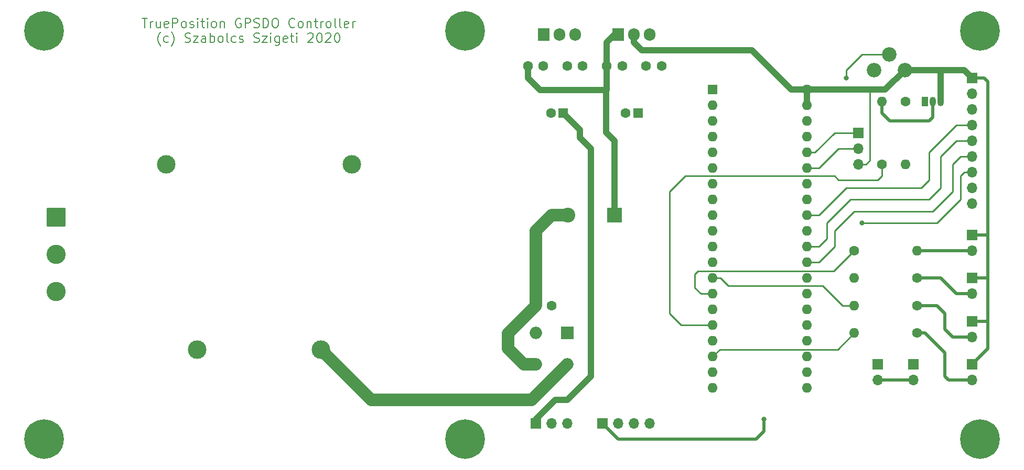
<source format=gbr>
%TF.GenerationSoftware,KiCad,Pcbnew,(6.0.2)*%
%TF.CreationDate,2022-03-15T19:59:36+01:00*%
%TF.ProjectId,GPSDO,47505344-4f2e-46b6-9963-61645f706362,rev?*%
%TF.SameCoordinates,Original*%
%TF.FileFunction,Copper,L1,Top*%
%TF.FilePolarity,Positive*%
%FSLAX46Y46*%
G04 Gerber Fmt 4.6, Leading zero omitted, Abs format (unit mm)*
G04 Created by KiCad (PCBNEW (6.0.2)) date 2022-03-15 19:59:36*
%MOMM*%
%LPD*%
G01*
G04 APERTURE LIST*
G04 Aperture macros list*
%AMRoundRect*
0 Rectangle with rounded corners*
0 $1 Rounding radius*
0 $2 $3 $4 $5 $6 $7 $8 $9 X,Y pos of 4 corners*
0 Add a 4 corners polygon primitive as box body*
4,1,4,$2,$3,$4,$5,$6,$7,$8,$9,$2,$3,0*
0 Add four circle primitives for the rounded corners*
1,1,$1+$1,$2,$3*
1,1,$1+$1,$4,$5*
1,1,$1+$1,$6,$7*
1,1,$1+$1,$8,$9*
0 Add four rect primitives between the rounded corners*
20,1,$1+$1,$2,$3,$4,$5,0*
20,1,$1+$1,$4,$5,$6,$7,0*
20,1,$1+$1,$6,$7,$8,$9,0*
20,1,$1+$1,$8,$9,$2,$3,0*%
G04 Aperture macros list end*
%ADD10C,0.150000*%
%TA.AperFunction,NonConductor*%
%ADD11C,0.150000*%
%TD*%
%TA.AperFunction,ComponentPad*%
%ADD12R,1.600000X1.600000*%
%TD*%
%TA.AperFunction,ComponentPad*%
%ADD13O,1.600000X1.600000*%
%TD*%
%TA.AperFunction,ComponentPad*%
%ADD14O,1.700000X1.700000*%
%TD*%
%TA.AperFunction,ComponentPad*%
%ADD15R,1.700000X1.700000*%
%TD*%
%TA.AperFunction,ComponentPad*%
%ADD16C,3.000000*%
%TD*%
%TA.AperFunction,ComponentPad*%
%ADD17C,6.400000*%
%TD*%
%TA.AperFunction,ComponentPad*%
%ADD18O,1.905000X2.000000*%
%TD*%
%TA.AperFunction,ComponentPad*%
%ADD19R,1.905000X2.000000*%
%TD*%
%TA.AperFunction,ComponentPad*%
%ADD20C,1.600000*%
%TD*%
%TA.AperFunction,ComponentPad*%
%ADD21R,2.400000X2.400000*%
%TD*%
%TA.AperFunction,ComponentPad*%
%ADD22C,2.400000*%
%TD*%
%TA.AperFunction,ComponentPad*%
%ADD23O,2.000000X2.000000*%
%TD*%
%TA.AperFunction,ComponentPad*%
%ADD24R,2.000000X2.000000*%
%TD*%
%TA.AperFunction,ComponentPad*%
%ADD25C,0.800000*%
%TD*%
%TA.AperFunction,ComponentPad*%
%ADD26RoundRect,0.249999X-1.300001X1.300001X-1.300001X-1.300001X1.300001X-1.300001X1.300001X1.300001X0*%
%TD*%
%TA.AperFunction,ComponentPad*%
%ADD27C,3.100000*%
%TD*%
%TA.AperFunction,ComponentPad*%
%ADD28O,1.050000X1.500000*%
%TD*%
%TA.AperFunction,ComponentPad*%
%ADD29R,1.050000X1.500000*%
%TD*%
%TA.AperFunction,ComponentPad*%
%ADD30C,2.340000*%
%TD*%
%TA.AperFunction,ViaPad*%
%ADD31C,0.800000*%
%TD*%
%TA.AperFunction,Conductor*%
%ADD32C,0.500000*%
%TD*%
%TA.AperFunction,Conductor*%
%ADD33C,0.250000*%
%TD*%
%TA.AperFunction,Conductor*%
%ADD34C,2.000000*%
%TD*%
%TA.AperFunction,Conductor*%
%ADD35C,1.000000*%
%TD*%
G04 APERTURE END LIST*
D10*
D11*
X58350714Y-34166071D02*
X59207857Y-34166071D01*
X58779285Y-35666071D02*
X58779285Y-34166071D01*
X59707857Y-35666071D02*
X59707857Y-34666071D01*
X59707857Y-34951785D02*
X59779285Y-34808928D01*
X59850714Y-34737500D01*
X59993571Y-34666071D01*
X60136428Y-34666071D01*
X61279285Y-34666071D02*
X61279285Y-35666071D01*
X60636428Y-34666071D02*
X60636428Y-35451785D01*
X60707857Y-35594642D01*
X60850714Y-35666071D01*
X61064999Y-35666071D01*
X61207857Y-35594642D01*
X61279285Y-35523214D01*
X62564999Y-35594642D02*
X62422142Y-35666071D01*
X62136428Y-35666071D01*
X61993571Y-35594642D01*
X61922142Y-35451785D01*
X61922142Y-34880357D01*
X61993571Y-34737500D01*
X62136428Y-34666071D01*
X62422142Y-34666071D01*
X62564999Y-34737500D01*
X62636428Y-34880357D01*
X62636428Y-35023214D01*
X61922142Y-35166071D01*
X63279285Y-35666071D02*
X63279285Y-34166071D01*
X63850714Y-34166071D01*
X63993571Y-34237500D01*
X64064999Y-34308928D01*
X64136428Y-34451785D01*
X64136428Y-34666071D01*
X64064999Y-34808928D01*
X63993571Y-34880357D01*
X63850714Y-34951785D01*
X63279285Y-34951785D01*
X64993571Y-35666071D02*
X64850714Y-35594642D01*
X64779285Y-35523214D01*
X64707857Y-35380357D01*
X64707857Y-34951785D01*
X64779285Y-34808928D01*
X64850714Y-34737500D01*
X64993571Y-34666071D01*
X65207857Y-34666071D01*
X65350714Y-34737500D01*
X65422142Y-34808928D01*
X65493571Y-34951785D01*
X65493571Y-35380357D01*
X65422142Y-35523214D01*
X65350714Y-35594642D01*
X65207857Y-35666071D01*
X64993571Y-35666071D01*
X66064999Y-35594642D02*
X66207857Y-35666071D01*
X66493571Y-35666071D01*
X66636428Y-35594642D01*
X66707857Y-35451785D01*
X66707857Y-35380357D01*
X66636428Y-35237500D01*
X66493571Y-35166071D01*
X66279285Y-35166071D01*
X66136428Y-35094642D01*
X66064999Y-34951785D01*
X66064999Y-34880357D01*
X66136428Y-34737500D01*
X66279285Y-34666071D01*
X66493571Y-34666071D01*
X66636428Y-34737500D01*
X67350714Y-35666071D02*
X67350714Y-34666071D01*
X67350714Y-34166071D02*
X67279285Y-34237500D01*
X67350714Y-34308928D01*
X67422142Y-34237500D01*
X67350714Y-34166071D01*
X67350714Y-34308928D01*
X67850714Y-34666071D02*
X68422142Y-34666071D01*
X68064999Y-34166071D02*
X68064999Y-35451785D01*
X68136428Y-35594642D01*
X68279285Y-35666071D01*
X68422142Y-35666071D01*
X68922142Y-35666071D02*
X68922142Y-34666071D01*
X68922142Y-34166071D02*
X68850714Y-34237500D01*
X68922142Y-34308928D01*
X68993571Y-34237500D01*
X68922142Y-34166071D01*
X68922142Y-34308928D01*
X69850714Y-35666071D02*
X69707857Y-35594642D01*
X69636428Y-35523214D01*
X69564999Y-35380357D01*
X69564999Y-34951785D01*
X69636428Y-34808928D01*
X69707857Y-34737500D01*
X69850714Y-34666071D01*
X70064999Y-34666071D01*
X70207857Y-34737500D01*
X70279285Y-34808928D01*
X70350714Y-34951785D01*
X70350714Y-35380357D01*
X70279285Y-35523214D01*
X70207857Y-35594642D01*
X70064999Y-35666071D01*
X69850714Y-35666071D01*
X70993571Y-34666071D02*
X70993571Y-35666071D01*
X70993571Y-34808928D02*
X71064999Y-34737500D01*
X71207857Y-34666071D01*
X71422142Y-34666071D01*
X71564999Y-34737500D01*
X71636428Y-34880357D01*
X71636428Y-35666071D01*
X74279285Y-34237500D02*
X74136428Y-34166071D01*
X73922142Y-34166071D01*
X73707857Y-34237500D01*
X73564999Y-34380357D01*
X73493571Y-34523214D01*
X73422142Y-34808928D01*
X73422142Y-35023214D01*
X73493571Y-35308928D01*
X73564999Y-35451785D01*
X73707857Y-35594642D01*
X73922142Y-35666071D01*
X74064999Y-35666071D01*
X74279285Y-35594642D01*
X74350714Y-35523214D01*
X74350714Y-35023214D01*
X74064999Y-35023214D01*
X74993571Y-35666071D02*
X74993571Y-34166071D01*
X75564999Y-34166071D01*
X75707857Y-34237500D01*
X75779285Y-34308928D01*
X75850714Y-34451785D01*
X75850714Y-34666071D01*
X75779285Y-34808928D01*
X75707857Y-34880357D01*
X75564999Y-34951785D01*
X74993571Y-34951785D01*
X76422142Y-35594642D02*
X76636428Y-35666071D01*
X76993571Y-35666071D01*
X77136428Y-35594642D01*
X77207857Y-35523214D01*
X77279285Y-35380357D01*
X77279285Y-35237500D01*
X77207857Y-35094642D01*
X77136428Y-35023214D01*
X76993571Y-34951785D01*
X76707857Y-34880357D01*
X76564999Y-34808928D01*
X76493571Y-34737500D01*
X76422142Y-34594642D01*
X76422142Y-34451785D01*
X76493571Y-34308928D01*
X76564999Y-34237500D01*
X76707857Y-34166071D01*
X77064999Y-34166071D01*
X77279285Y-34237500D01*
X77922142Y-35666071D02*
X77922142Y-34166071D01*
X78279285Y-34166071D01*
X78493571Y-34237500D01*
X78636428Y-34380357D01*
X78707857Y-34523214D01*
X78779285Y-34808928D01*
X78779285Y-35023214D01*
X78707857Y-35308928D01*
X78636428Y-35451785D01*
X78493571Y-35594642D01*
X78279285Y-35666071D01*
X77922142Y-35666071D01*
X79707857Y-34166071D02*
X79993571Y-34166071D01*
X80136428Y-34237500D01*
X80279285Y-34380357D01*
X80350714Y-34666071D01*
X80350714Y-35166071D01*
X80279285Y-35451785D01*
X80136428Y-35594642D01*
X79993571Y-35666071D01*
X79707857Y-35666071D01*
X79564999Y-35594642D01*
X79422142Y-35451785D01*
X79350714Y-35166071D01*
X79350714Y-34666071D01*
X79422142Y-34380357D01*
X79564999Y-34237500D01*
X79707857Y-34166071D01*
X82993571Y-35523214D02*
X82922142Y-35594642D01*
X82707857Y-35666071D01*
X82564999Y-35666071D01*
X82350714Y-35594642D01*
X82207857Y-35451785D01*
X82136428Y-35308928D01*
X82064999Y-35023214D01*
X82064999Y-34808928D01*
X82136428Y-34523214D01*
X82207857Y-34380357D01*
X82350714Y-34237500D01*
X82564999Y-34166071D01*
X82707857Y-34166071D01*
X82922142Y-34237500D01*
X82993571Y-34308928D01*
X83850714Y-35666071D02*
X83707857Y-35594642D01*
X83636428Y-35523214D01*
X83564999Y-35380357D01*
X83564999Y-34951785D01*
X83636428Y-34808928D01*
X83707857Y-34737500D01*
X83850714Y-34666071D01*
X84064999Y-34666071D01*
X84207857Y-34737500D01*
X84279285Y-34808928D01*
X84350714Y-34951785D01*
X84350714Y-35380357D01*
X84279285Y-35523214D01*
X84207857Y-35594642D01*
X84064999Y-35666071D01*
X83850714Y-35666071D01*
X84993571Y-34666071D02*
X84993571Y-35666071D01*
X84993571Y-34808928D02*
X85064999Y-34737500D01*
X85207857Y-34666071D01*
X85422142Y-34666071D01*
X85564999Y-34737500D01*
X85636428Y-34880357D01*
X85636428Y-35666071D01*
X86136428Y-34666071D02*
X86707857Y-34666071D01*
X86350714Y-34166071D02*
X86350714Y-35451785D01*
X86422142Y-35594642D01*
X86564999Y-35666071D01*
X86707857Y-35666071D01*
X87207857Y-35666071D02*
X87207857Y-34666071D01*
X87207857Y-34951785D02*
X87279285Y-34808928D01*
X87350714Y-34737500D01*
X87493571Y-34666071D01*
X87636428Y-34666071D01*
X88350714Y-35666071D02*
X88207857Y-35594642D01*
X88136428Y-35523214D01*
X88065000Y-35380357D01*
X88065000Y-34951785D01*
X88136428Y-34808928D01*
X88207857Y-34737500D01*
X88350714Y-34666071D01*
X88565000Y-34666071D01*
X88707857Y-34737500D01*
X88779285Y-34808928D01*
X88850714Y-34951785D01*
X88850714Y-35380357D01*
X88779285Y-35523214D01*
X88707857Y-35594642D01*
X88565000Y-35666071D01*
X88350714Y-35666071D01*
X89707857Y-35666071D02*
X89565000Y-35594642D01*
X89493571Y-35451785D01*
X89493571Y-34166071D01*
X90493571Y-35666071D02*
X90350714Y-35594642D01*
X90279285Y-35451785D01*
X90279285Y-34166071D01*
X91636428Y-35594642D02*
X91493571Y-35666071D01*
X91207857Y-35666071D01*
X91065000Y-35594642D01*
X90993571Y-35451785D01*
X90993571Y-34880357D01*
X91065000Y-34737500D01*
X91207857Y-34666071D01*
X91493571Y-34666071D01*
X91636428Y-34737500D01*
X91707857Y-34880357D01*
X91707857Y-35023214D01*
X90993571Y-35166071D01*
X92350714Y-35666071D02*
X92350714Y-34666071D01*
X92350714Y-34951785D02*
X92422142Y-34808928D01*
X92493571Y-34737500D01*
X92636428Y-34666071D01*
X92779285Y-34666071D01*
X61350714Y-38652500D02*
X61279285Y-38581071D01*
X61136428Y-38366785D01*
X61065000Y-38223928D01*
X60993571Y-38009642D01*
X60922142Y-37652500D01*
X60922142Y-37366785D01*
X60993571Y-37009642D01*
X61065000Y-36795357D01*
X61136428Y-36652500D01*
X61279285Y-36438214D01*
X61350714Y-36366785D01*
X62565000Y-38009642D02*
X62422142Y-38081071D01*
X62136428Y-38081071D01*
X61993571Y-38009642D01*
X61922142Y-37938214D01*
X61850714Y-37795357D01*
X61850714Y-37366785D01*
X61922142Y-37223928D01*
X61993571Y-37152500D01*
X62136428Y-37081071D01*
X62422142Y-37081071D01*
X62565000Y-37152500D01*
X63065000Y-38652500D02*
X63136428Y-38581071D01*
X63279285Y-38366785D01*
X63350714Y-38223928D01*
X63422142Y-38009642D01*
X63493571Y-37652500D01*
X63493571Y-37366785D01*
X63422142Y-37009642D01*
X63350714Y-36795357D01*
X63279285Y-36652500D01*
X63136428Y-36438214D01*
X63065000Y-36366785D01*
X65279285Y-38009642D02*
X65493571Y-38081071D01*
X65850714Y-38081071D01*
X65993571Y-38009642D01*
X66065000Y-37938214D01*
X66136428Y-37795357D01*
X66136428Y-37652500D01*
X66065000Y-37509642D01*
X65993571Y-37438214D01*
X65850714Y-37366785D01*
X65565000Y-37295357D01*
X65422142Y-37223928D01*
X65350714Y-37152500D01*
X65279285Y-37009642D01*
X65279285Y-36866785D01*
X65350714Y-36723928D01*
X65422142Y-36652500D01*
X65565000Y-36581071D01*
X65922142Y-36581071D01*
X66136428Y-36652500D01*
X66636428Y-37081071D02*
X67422142Y-37081071D01*
X66636428Y-38081071D01*
X67422142Y-38081071D01*
X68636428Y-38081071D02*
X68636428Y-37295357D01*
X68565000Y-37152500D01*
X68422142Y-37081071D01*
X68136428Y-37081071D01*
X67993571Y-37152500D01*
X68636428Y-38009642D02*
X68493571Y-38081071D01*
X68136428Y-38081071D01*
X67993571Y-38009642D01*
X67922142Y-37866785D01*
X67922142Y-37723928D01*
X67993571Y-37581071D01*
X68136428Y-37509642D01*
X68493571Y-37509642D01*
X68636428Y-37438214D01*
X69350714Y-38081071D02*
X69350714Y-36581071D01*
X69350714Y-37152500D02*
X69493571Y-37081071D01*
X69779285Y-37081071D01*
X69922142Y-37152500D01*
X69993571Y-37223928D01*
X70065000Y-37366785D01*
X70065000Y-37795357D01*
X69993571Y-37938214D01*
X69922142Y-38009642D01*
X69779285Y-38081071D01*
X69493571Y-38081071D01*
X69350714Y-38009642D01*
X70922142Y-38081071D02*
X70779285Y-38009642D01*
X70707857Y-37938214D01*
X70636428Y-37795357D01*
X70636428Y-37366785D01*
X70707857Y-37223928D01*
X70779285Y-37152500D01*
X70922142Y-37081071D01*
X71136428Y-37081071D01*
X71279285Y-37152500D01*
X71350714Y-37223928D01*
X71422142Y-37366785D01*
X71422142Y-37795357D01*
X71350714Y-37938214D01*
X71279285Y-38009642D01*
X71136428Y-38081071D01*
X70922142Y-38081071D01*
X72279285Y-38081071D02*
X72136428Y-38009642D01*
X72065000Y-37866785D01*
X72065000Y-36581071D01*
X73493571Y-38009642D02*
X73350714Y-38081071D01*
X73065000Y-38081071D01*
X72922142Y-38009642D01*
X72850714Y-37938214D01*
X72779285Y-37795357D01*
X72779285Y-37366785D01*
X72850714Y-37223928D01*
X72922142Y-37152500D01*
X73065000Y-37081071D01*
X73350714Y-37081071D01*
X73493571Y-37152500D01*
X74065000Y-38009642D02*
X74207857Y-38081071D01*
X74493571Y-38081071D01*
X74636428Y-38009642D01*
X74707857Y-37866785D01*
X74707857Y-37795357D01*
X74636428Y-37652500D01*
X74493571Y-37581071D01*
X74279285Y-37581071D01*
X74136428Y-37509642D01*
X74065000Y-37366785D01*
X74065000Y-37295357D01*
X74136428Y-37152500D01*
X74279285Y-37081071D01*
X74493571Y-37081071D01*
X74636428Y-37152500D01*
X76422142Y-38009642D02*
X76636428Y-38081071D01*
X76993571Y-38081071D01*
X77136428Y-38009642D01*
X77207857Y-37938214D01*
X77279285Y-37795357D01*
X77279285Y-37652500D01*
X77207857Y-37509642D01*
X77136428Y-37438214D01*
X76993571Y-37366785D01*
X76707857Y-37295357D01*
X76565000Y-37223928D01*
X76493571Y-37152500D01*
X76422142Y-37009642D01*
X76422142Y-36866785D01*
X76493571Y-36723928D01*
X76565000Y-36652500D01*
X76707857Y-36581071D01*
X77065000Y-36581071D01*
X77279285Y-36652500D01*
X77779285Y-37081071D02*
X78565000Y-37081071D01*
X77779285Y-38081071D01*
X78565000Y-38081071D01*
X79136428Y-38081071D02*
X79136428Y-37081071D01*
X79136428Y-36581071D02*
X79065000Y-36652500D01*
X79136428Y-36723928D01*
X79207857Y-36652500D01*
X79136428Y-36581071D01*
X79136428Y-36723928D01*
X80493571Y-37081071D02*
X80493571Y-38295357D01*
X80422142Y-38438214D01*
X80350714Y-38509642D01*
X80207857Y-38581071D01*
X79993571Y-38581071D01*
X79850714Y-38509642D01*
X80493571Y-38009642D02*
X80350714Y-38081071D01*
X80065000Y-38081071D01*
X79922142Y-38009642D01*
X79850714Y-37938214D01*
X79779285Y-37795357D01*
X79779285Y-37366785D01*
X79850714Y-37223928D01*
X79922142Y-37152500D01*
X80065000Y-37081071D01*
X80350714Y-37081071D01*
X80493571Y-37152500D01*
X81779285Y-38009642D02*
X81636428Y-38081071D01*
X81350714Y-38081071D01*
X81207857Y-38009642D01*
X81136428Y-37866785D01*
X81136428Y-37295357D01*
X81207857Y-37152500D01*
X81350714Y-37081071D01*
X81636428Y-37081071D01*
X81779285Y-37152500D01*
X81850714Y-37295357D01*
X81850714Y-37438214D01*
X81136428Y-37581071D01*
X82279285Y-37081071D02*
X82850714Y-37081071D01*
X82493571Y-36581071D02*
X82493571Y-37866785D01*
X82565000Y-38009642D01*
X82707857Y-38081071D01*
X82850714Y-38081071D01*
X83350714Y-38081071D02*
X83350714Y-37081071D01*
X83350714Y-36581071D02*
X83279285Y-36652500D01*
X83350714Y-36723928D01*
X83422142Y-36652500D01*
X83350714Y-36581071D01*
X83350714Y-36723928D01*
X85136428Y-36723928D02*
X85207857Y-36652500D01*
X85350714Y-36581071D01*
X85707857Y-36581071D01*
X85850714Y-36652500D01*
X85922142Y-36723928D01*
X85993571Y-36866785D01*
X85993571Y-37009642D01*
X85922142Y-37223928D01*
X85065000Y-38081071D01*
X85993571Y-38081071D01*
X86922142Y-36581071D02*
X87065000Y-36581071D01*
X87207857Y-36652500D01*
X87279285Y-36723928D01*
X87350714Y-36866785D01*
X87422142Y-37152500D01*
X87422142Y-37509642D01*
X87350714Y-37795357D01*
X87279285Y-37938214D01*
X87207857Y-38009642D01*
X87065000Y-38081071D01*
X86922142Y-38081071D01*
X86779285Y-38009642D01*
X86707857Y-37938214D01*
X86636428Y-37795357D01*
X86565000Y-37509642D01*
X86565000Y-37152500D01*
X86636428Y-36866785D01*
X86707857Y-36723928D01*
X86779285Y-36652500D01*
X86922142Y-36581071D01*
X87993571Y-36723928D02*
X88065000Y-36652500D01*
X88207857Y-36581071D01*
X88565000Y-36581071D01*
X88707857Y-36652500D01*
X88779285Y-36723928D01*
X88850714Y-36866785D01*
X88850714Y-37009642D01*
X88779285Y-37223928D01*
X87922142Y-38081071D01*
X88850714Y-38081071D01*
X89779285Y-36581071D02*
X89922142Y-36581071D01*
X90065000Y-36652500D01*
X90136428Y-36723928D01*
X90207857Y-36866785D01*
X90279285Y-37152500D01*
X90279285Y-37509642D01*
X90207857Y-37795357D01*
X90136428Y-37938214D01*
X90065000Y-38009642D01*
X89922142Y-38081071D01*
X89779285Y-38081071D01*
X89636428Y-38009642D01*
X89565000Y-37938214D01*
X89493571Y-37795357D01*
X89422142Y-37509642D01*
X89422142Y-37152500D01*
X89493571Y-36866785D01*
X89565000Y-36723928D01*
X89636428Y-36652500D01*
X89779285Y-36581071D01*
D12*
%TO.P,BP1,1*%
%TO.N,Net-(BP1-Pad1)*%
X150495000Y-45720000D03*
D13*
%TO.P,BP1,21*%
%TO.N,Net-(BP1-Pad21)*%
X165735000Y-93980000D03*
%TO.P,BP1,2*%
%TO.N,Net-(BP1-Pad2)*%
X150495000Y-48260000D03*
%TO.P,BP1,22*%
%TO.N,Net-(BP1-Pad22)*%
X165735000Y-91440000D03*
%TO.P,BP1,3*%
%TO.N,Net-(BP1-Pad3)*%
X150495000Y-50800000D03*
%TO.P,BP1,23*%
%TO.N,Net-(BP1-Pad23)*%
X165735000Y-88900000D03*
%TO.P,BP1,4*%
%TO.N,Net-(BP1-Pad4)*%
X150495000Y-53340000D03*
%TO.P,BP1,24*%
%TO.N,Net-(BP1-Pad24)*%
X165735000Y-86360000D03*
%TO.P,BP1,5*%
%TO.N,Net-(BP1-Pad5)*%
X150495000Y-55880000D03*
%TO.P,BP1,25*%
%TO.N,Net-(BP1-Pad25)*%
X165735000Y-83820000D03*
%TO.P,BP1,6*%
%TO.N,Net-(BP1-Pad6)*%
X150495000Y-58420000D03*
%TO.P,BP1,26*%
%TO.N,Net-(BP1-Pad26)*%
X165735000Y-81280000D03*
%TO.P,BP1,7*%
%TO.N,Net-(BP1-Pad7)*%
X150495000Y-60960000D03*
%TO.P,BP1,27*%
%TO.N,Net-(BP1-Pad27)*%
X165735000Y-78740000D03*
%TO.P,BP1,8*%
%TO.N,Net-(BP1-Pad8)*%
X150495000Y-63500000D03*
%TO.P,BP1,28*%
%TO.N,Net-(BP1-Pad28)*%
X165735000Y-76200000D03*
%TO.P,BP1,9*%
%TO.N,Net-(BP1-Pad9)*%
X150495000Y-66040000D03*
%TO.P,BP1,29*%
%TO.N,Net-(BP1-Pad29)*%
X165735000Y-73660000D03*
%TO.P,BP1,10*%
%TO.N,Net-(BP1-Pad10)*%
X150495000Y-68580000D03*
%TO.P,BP1,30*%
%TO.N,Net-(BP1-Pad30)*%
X165735000Y-71120000D03*
%TO.P,BP1,11*%
%TO.N,Net-(BP1-Pad11)*%
X150495000Y-71120000D03*
%TO.P,BP1,31*%
%TO.N,Net-(BP1-Pad31)*%
X165735000Y-68580000D03*
%TO.P,BP1,12*%
%TO.N,Net-(BP1-Pad12)*%
X150495000Y-73660000D03*
%TO.P,BP1,32*%
%TO.N,Net-(BP1-Pad32)*%
X165735000Y-66040000D03*
%TO.P,BP1,13*%
%TO.N,Net-(BP1-Pad13)*%
X150495000Y-76200000D03*
%TO.P,BP1,33*%
%TO.N,Net-(BP1-Pad33)*%
X165735000Y-63500000D03*
%TO.P,BP1,14*%
%TO.N,Net-(BP1-Pad14)*%
X150495000Y-78740000D03*
%TO.P,BP1,34*%
%TO.N,Net-(BP1-Pad34)*%
X165735000Y-60960000D03*
%TO.P,BP1,15*%
%TO.N,Net-(BP1-Pad15)*%
X150495000Y-81280000D03*
%TO.P,BP1,35*%
%TO.N,Net-(BP1-Pad35)*%
X165735000Y-58420000D03*
%TO.P,BP1,16*%
%TO.N,Net-(BP1-Pad16)*%
X150495000Y-83820000D03*
%TO.P,BP1,36*%
%TO.N,Net-(BP1-Pad36)*%
X165735000Y-55880000D03*
%TO.P,BP1,17*%
%TO.N,Net-(BP1-Pad17)*%
X150495000Y-86360000D03*
%TO.P,BP1,37*%
%TO.N,Net-(BP1-Pad37)*%
X165735000Y-53340000D03*
%TO.P,BP1,18*%
%TO.N,+5V*%
X150495000Y-88900000D03*
%TO.P,BP1,38*%
%TO.N,Net-(BP1-Pad38)*%
X165735000Y-50800000D03*
%TO.P,BP1,19*%
%TO.N,GND*%
X150495000Y-91440000D03*
%TO.P,BP1,39*%
X165735000Y-48260000D03*
%TO.P,BP1,20*%
%TO.N,Net-(BP1-Pad20)*%
X150495000Y-93980000D03*
%TO.P,BP1,40*%
%TO.N,GND*%
X165735000Y-45720000D03*
%TD*%
D14*
%TO.P,J4,3*%
%TO.N,GND*%
X127000000Y-99695000D03*
%TO.P,J4,2*%
X124460000Y-99695000D03*
D15*
%TO.P,J4,1*%
%TO.N,+10V*%
X121920000Y-99695000D03*
%TD*%
D16*
%TO.P,T1,3*%
%TO.N,Net-(D5-Pad2)*%
X67230000Y-87785000D03*
%TO.P,T1,4*%
%TO.N,Net-(D5-Pad4)*%
X87230000Y-87785000D03*
%TO.P,T1,2*%
%TO.N,Net-(J2-Pad2)*%
X92230000Y-57785000D03*
%TO.P,T1,1*%
%TO.N,Net-(J2-Pad1)*%
X62230000Y-57785000D03*
%TD*%
D17*
%TO.P,H6,1*%
%TO.N,N/C*%
X110490000Y-36195000D03*
%TD*%
%TO.P,H5,1*%
%TO.N,N/C*%
X193675000Y-102235000D03*
%TD*%
%TO.P,H3,1*%
%TO.N,N/C*%
X193675000Y-36195000D03*
%TD*%
%TO.P,H2,1*%
%TO.N,N/C*%
X42545000Y-36195000D03*
%TD*%
%TO.P,H1,1*%
%TO.N,N/C*%
X110490000Y-102235000D03*
%TD*%
D18*
%TO.P,U1,3*%
%TO.N,+5V*%
X140335000Y-36830000D03*
%TO.P,U1,2*%
%TO.N,GND*%
X137795000Y-36830000D03*
D19*
%TO.P,U1,1*%
%TO.N,Net-(C1-Pad1)*%
X135255000Y-36830000D03*
%TD*%
D14*
%TO.P,D4,2*%
%TO.N,Net-(D4-Pad2)*%
X192405000Y-92710000D03*
D15*
%TO.P,D4,1*%
%TO.N,GND*%
X192405000Y-90170000D03*
%TD*%
D14*
%TO.P,D3,2*%
%TO.N,Net-(D3-Pad2)*%
X192405000Y-78740000D03*
D15*
%TO.P,D3,1*%
%TO.N,GND*%
X192405000Y-76200000D03*
%TD*%
D14*
%TO.P,D2,2*%
%TO.N,Net-(D2-Pad2)*%
X192405000Y-71755000D03*
D15*
%TO.P,D2,1*%
%TO.N,GND*%
X192405000Y-69215000D03*
%TD*%
D14*
%TO.P,D1,2*%
%TO.N,Net-(D1-Pad2)*%
X192405000Y-85725000D03*
D15*
%TO.P,D1,1*%
%TO.N,GND*%
X192405000Y-83185000D03*
%TD*%
D20*
%TO.P,C1,1*%
%TO.N,Net-(C1-Pad1)*%
X124460000Y-80645000D03*
%TO.P,C1,2*%
%TO.N,GND*%
X121960000Y-80645000D03*
%TD*%
D21*
%TO.P,C2,1*%
%TO.N,Net-(C1-Pad1)*%
X134620000Y-66040000D03*
D22*
%TO.P,C2,2*%
%TO.N,GND*%
X127120000Y-66040000D03*
%TD*%
D20*
%TO.P,C3,1*%
%TO.N,Net-(C1-Pad1)*%
X133390000Y-41910000D03*
%TO.P,C3,2*%
%TO.N,GND*%
X135890000Y-41910000D03*
%TD*%
%TO.P,C4,2*%
%TO.N,GND*%
X123150000Y-41910000D03*
%TO.P,C4,1*%
%TO.N,Net-(C1-Pad1)*%
X120650000Y-41910000D03*
%TD*%
%TO.P,C5,1*%
%TO.N,+5V*%
X142240000Y-41910000D03*
%TO.P,C5,2*%
%TO.N,GND*%
X139740000Y-41910000D03*
%TD*%
%TO.P,C6,2*%
%TO.N,GND*%
X127000000Y-41910000D03*
%TO.P,C6,1*%
%TO.N,+10V*%
X129500000Y-41910000D03*
%TD*%
%TO.P,C7,2*%
%TO.N,GND*%
X136430000Y-49530000D03*
D12*
%TO.P,C7,1*%
%TO.N,+5V*%
X138430000Y-49530000D03*
%TD*%
%TO.P,C8,1*%
%TO.N,+10V*%
X126365000Y-49530000D03*
D20*
%TO.P,C8,2*%
%TO.N,GND*%
X124365000Y-49530000D03*
%TD*%
D23*
%TO.P,D5,4*%
%TO.N,Net-(D5-Pad4)*%
X127000000Y-90170000D03*
%TO.P,D5,2*%
%TO.N,Net-(D5-Pad2)*%
X121920000Y-85090000D03*
%TO.P,D5,3*%
%TO.N,GND*%
X121920000Y-90170000D03*
D24*
%TO.P,D5,1*%
%TO.N,Net-(C1-Pad1)*%
X127000000Y-85090000D03*
%TD*%
D25*
%TO.P,H4,1*%
%TO.N,GND*%
X44242056Y-100537944D03*
X42545000Y-99835000D03*
X40847944Y-100537944D03*
X40145000Y-102235000D03*
X40847944Y-103932056D03*
X42545000Y-104635000D03*
X44242056Y-103932056D03*
X44945000Y-102235000D03*
D17*
X42545000Y-102235000D03*
%TD*%
D15*
%TO.P,J1,1*%
%TO.N,Net-(BP1-Pad36)*%
X173990000Y-52705000D03*
D14*
%TO.P,J1,2*%
%TO.N,Net-(BP1-Pad35)*%
X173990000Y-55245000D03*
%TO.P,J1,3*%
%TO.N,GND*%
X173990000Y-57785000D03*
%TD*%
D26*
%TO.P,J2,1*%
%TO.N,Net-(J2-Pad1)*%
X44450000Y-66390000D03*
D27*
%TO.P,J2,2*%
%TO.N,Net-(J2-Pad2)*%
X44450000Y-72390000D03*
%TO.P,J2,3*%
%TO.N,GND*%
X44450000Y-78390000D03*
%TD*%
D15*
%TO.P,J3,1*%
%TO.N,Net-(BP1-Pad28)*%
X132715000Y-99695000D03*
D14*
%TO.P,J3,2*%
%TO.N,GND*%
X135255000Y-99695000D03*
%TO.P,J3,3*%
%TO.N,Net-(BP1-Pad27)*%
X137795000Y-99695000D03*
%TO.P,J3,4*%
%TO.N,GND*%
X140335000Y-99695000D03*
%TD*%
D15*
%TO.P,J5,1*%
%TO.N,GND*%
X192405000Y-43815000D03*
D14*
%TO.P,J5,2*%
%TO.N,+5V*%
X192405000Y-46355000D03*
%TO.P,J5,3*%
%TO.N,Net-(J5-Pad3)*%
X192405000Y-48895000D03*
%TO.P,J5,4*%
%TO.N,Net-(BP1-Pad32)*%
X192405000Y-51435000D03*
%TO.P,J5,5*%
%TO.N,Net-(BP1-Pad30)*%
X192405000Y-53975000D03*
%TO.P,J5,6*%
%TO.N,Net-(BP1-Pad29)*%
X192405000Y-56515000D03*
%TO.P,J5,7*%
%TO.N,Net-(BP1-Pad33)*%
X192405000Y-59055000D03*
%TO.P,J5,8*%
%TO.N,Net-(J5-Pad8)*%
X192405000Y-61595000D03*
%TO.P,J5,9*%
%TO.N,+5V*%
X192405000Y-64135000D03*
%TD*%
D28*
%TO.P,Q1,2*%
%TO.N,Net-(Q1-Pad2)*%
X186055000Y-47625000D03*
%TO.P,Q1,3*%
%TO.N,GND*%
X187325000Y-47625000D03*
D29*
%TO.P,Q1,1*%
%TO.N,Net-(Q1-Pad1)*%
X184785000Y-47625000D03*
%TD*%
D13*
%TO.P,R1,2*%
%TO.N,Net-(BP1-Pad13)*%
X173355000Y-80645000D03*
D20*
%TO.P,R1,1*%
%TO.N,Net-(D1-Pad2)*%
X183515000Y-80645000D03*
%TD*%
%TO.P,R2,1*%
%TO.N,Net-(BP1-Pad14)*%
X173355000Y-71755000D03*
D13*
%TO.P,R2,2*%
%TO.N,Net-(D2-Pad2)*%
X183515000Y-71755000D03*
%TD*%
%TO.P,R3,2*%
%TO.N,Net-(BP1-Pad15)*%
X173355000Y-76200000D03*
D20*
%TO.P,R3,1*%
%TO.N,Net-(D3-Pad2)*%
X183515000Y-76200000D03*
%TD*%
D13*
%TO.P,R4,2*%
%TO.N,Net-(Q1-Pad2)*%
X177800000Y-47625000D03*
D20*
%TO.P,R4,1*%
%TO.N,Net-(BP1-Pad16)*%
X177800000Y-57785000D03*
%TD*%
%TO.P,R5,1*%
%TO.N,Net-(Q1-Pad1)*%
X181610000Y-47625000D03*
D13*
%TO.P,R5,2*%
%TO.N,Net-(J5-Pad8)*%
X181610000Y-57785000D03*
%TD*%
D20*
%TO.P,R6,1*%
%TO.N,Net-(D4-Pad2)*%
X183515000Y-85090000D03*
D13*
%TO.P,R6,2*%
%TO.N,+5V*%
X173355000Y-85090000D03*
%TD*%
D30*
%TO.P,RV1,3*%
%TO.N,GND*%
X181530000Y-42545000D03*
%TO.P,RV1,2*%
%TO.N,Net-(J5-Pad3)*%
X179030000Y-40045000D03*
%TO.P,RV1,1*%
%TO.N,+5V*%
X176530000Y-42545000D03*
%TD*%
D14*
%TO.P,SW1,2*%
%TO.N,GND*%
X177165000Y-92710000D03*
D15*
%TO.P,SW1,1*%
%TO.N,Net-(BP1-Pad3)*%
X177165000Y-90170000D03*
%TD*%
%TO.P,SW2,1*%
%TO.N,Net-(BP1-Pad4)*%
X182880000Y-90170000D03*
D14*
%TO.P,SW2,2*%
%TO.N,GND*%
X182880000Y-92710000D03*
%TD*%
D19*
%TO.P,U2,1*%
%TO.N,Net-(C1-Pad1)*%
X123190000Y-36830000D03*
D18*
%TO.P,U2,2*%
%TO.N,GND*%
X125730000Y-36830000D03*
%TO.P,U2,3*%
%TO.N,+10V*%
X128270000Y-36830000D03*
%TD*%
D31*
%TO.N,Net-(BP1-Pad28)*%
X158750000Y-99060000D03*
%TO.N,Net-(BP1-Pad33)*%
X174625000Y-67310000D03*
%TO.N,Net-(J5-Pad3)*%
X172085000Y-43815000D03*
%TD*%
D32*
%TO.N,Net-(BP1-Pad28)*%
X158750000Y-99060000D02*
X158750000Y-100965000D01*
X158750000Y-100965000D02*
X157480000Y-102235000D01*
X135255000Y-102235000D02*
X132715000Y-99695000D01*
X157480000Y-102235000D02*
X135255000Y-102235000D01*
D33*
%TO.N,Net-(BP1-Pad29)*%
X165735000Y-73660000D02*
X167640000Y-73660000D01*
X167640000Y-73660000D02*
X170180000Y-71120000D01*
X170180000Y-71120000D02*
X170180000Y-68580000D01*
X170180000Y-68580000D02*
X173355000Y-65405000D01*
X173355000Y-65405000D02*
X186055000Y-65405000D01*
X186055000Y-65405000D02*
X189230000Y-62230000D01*
X189230000Y-62230000D02*
X189230000Y-57785000D01*
X190500000Y-56515000D02*
X192405000Y-56515000D01*
X189230000Y-57785000D02*
X190500000Y-56515000D01*
%TO.N,Net-(BP1-Pad30)*%
X189865000Y-53975000D02*
X192405000Y-53975000D01*
X187325000Y-61595000D02*
X187325000Y-56515000D01*
X187325000Y-56515000D02*
X189865000Y-53975000D01*
X172720000Y-63500000D02*
X185420000Y-63500000D01*
X168910000Y-67310000D02*
X172720000Y-63500000D01*
X168910000Y-69850000D02*
X168910000Y-67310000D01*
X167640000Y-71120000D02*
X168910000Y-69850000D01*
X185420000Y-63500000D02*
X187325000Y-61595000D01*
X165735000Y-71120000D02*
X167640000Y-71120000D01*
%TO.N,Net-(BP1-Pad32)*%
X165735000Y-66040000D02*
X167640000Y-66040000D01*
X167640000Y-66040000D02*
X172085000Y-61595000D01*
X172085000Y-61595000D02*
X184150000Y-61595000D01*
X184150000Y-61595000D02*
X185420000Y-60325000D01*
X185420000Y-60325000D02*
X185420000Y-55880000D01*
X185420000Y-55880000D02*
X189865000Y-51435000D01*
X189865000Y-51435000D02*
X192405000Y-51435000D01*
%TO.N,Net-(BP1-Pad13)*%
X150495000Y-76200000D02*
X151765000Y-76200000D01*
X151765000Y-76200000D02*
X153035000Y-77470000D01*
X153035000Y-77470000D02*
X168275000Y-77470000D01*
X171450000Y-80645000D02*
X173355000Y-80645000D01*
X168275000Y-77470000D02*
X171450000Y-80645000D01*
%TO.N,Net-(BP1-Pad33)*%
X192405000Y-59055000D02*
X191135000Y-59055000D01*
X191135000Y-59055000D02*
X190500000Y-59690000D01*
X190500000Y-59690000D02*
X190500000Y-63500000D01*
X186690000Y-67310000D02*
X174625000Y-67310000D01*
X190500000Y-63500000D02*
X186690000Y-67310000D01*
%TO.N,Net-(BP1-Pad14)*%
X147609998Y-77759998D02*
X148590000Y-78740000D01*
X148590000Y-78740000D02*
X150495000Y-78740000D01*
X147609998Y-75565000D02*
X147609998Y-77759998D01*
X148099999Y-75074999D02*
X147609998Y-75565000D01*
X170035001Y-75074999D02*
X148099999Y-75074999D01*
X173355000Y-71755000D02*
X170035001Y-75074999D01*
%TO.N,Net-(BP1-Pad35)*%
X165735000Y-58420000D02*
X167640000Y-58420000D01*
X170815000Y-55245000D02*
X173990000Y-55245000D01*
X167640000Y-58420000D02*
X170815000Y-55245000D01*
%TO.N,Net-(BP1-Pad16)*%
X143510000Y-81915000D02*
X145415000Y-83820000D01*
X143510000Y-62230000D02*
X143510000Y-81915000D01*
X146050000Y-59690000D02*
X143510000Y-62230000D01*
X170180000Y-59690000D02*
X146050000Y-59690000D01*
X170815000Y-60325000D02*
X170180000Y-59690000D01*
X177165000Y-60325000D02*
X170815000Y-60325000D01*
X145415000Y-83820000D02*
X150495000Y-83820000D01*
X177800000Y-59690000D02*
X177165000Y-60325000D01*
X177800000Y-57785000D02*
X177800000Y-59690000D01*
%TO.N,Net-(BP1-Pad36)*%
X165735000Y-55880000D02*
X167005000Y-55880000D01*
X170180000Y-52705000D02*
X173990000Y-52705000D01*
X167005000Y-55880000D02*
X170180000Y-52705000D01*
%TO.N,+5V*%
X170670001Y-87774999D02*
X173355000Y-85090000D01*
X151620001Y-87774999D02*
X170670001Y-87774999D01*
X150495000Y-88900000D02*
X151620001Y-87774999D01*
D34*
%TO.N,GND*%
X121920000Y-90170000D02*
X120015000Y-90170000D01*
X120015000Y-90170000D02*
X117475000Y-87630000D01*
X117475000Y-85130000D02*
X121960000Y-80645000D01*
X117475000Y-87630000D02*
X117475000Y-85130000D01*
X121960000Y-68540000D02*
X121960000Y-80645000D01*
X124460000Y-66040000D02*
X121960000Y-68540000D01*
X127120000Y-66040000D02*
X124460000Y-66040000D01*
D35*
X165735000Y-45720000D02*
X165735000Y-48260000D01*
X165735000Y-45720000D02*
X163195000Y-45720000D01*
X163195000Y-45720000D02*
X156845000Y-39370000D01*
X137795000Y-38100000D02*
X137795000Y-36830000D01*
X139065000Y-39370000D02*
X137795000Y-38100000D01*
X156845000Y-39370000D02*
X139065000Y-39370000D01*
X178355000Y-45720000D02*
X181530000Y-42545000D01*
X191135000Y-42545000D02*
X192405000Y-43815000D01*
X187325000Y-47625000D02*
X187325000Y-42545000D01*
X187325000Y-42545000D02*
X191135000Y-42545000D01*
X181530000Y-42545000D02*
X187325000Y-42545000D01*
D32*
X192405000Y-43815000D02*
X194310000Y-43815000D01*
X194310000Y-43815000D02*
X194945000Y-44450000D01*
X194945000Y-87630000D02*
X192405000Y-90170000D01*
X192405000Y-83185000D02*
X194945000Y-83185000D01*
X194945000Y-83185000D02*
X194945000Y-87630000D01*
X192405000Y-76200000D02*
X194945000Y-76200000D01*
X194945000Y-76200000D02*
X194945000Y-83185000D01*
X194945000Y-44450000D02*
X194945000Y-76200000D01*
X192405000Y-69215000D02*
X194945000Y-69215000D01*
X177165000Y-92710000D02*
X182880000Y-92710000D01*
D33*
X173990000Y-57785000D02*
X175260000Y-57785000D01*
X175895000Y-57150000D02*
X175895000Y-45720000D01*
X175260000Y-57785000D02*
X175895000Y-57150000D01*
D35*
X175895000Y-45720000D02*
X178355000Y-45720000D01*
X165735000Y-45720000D02*
X175895000Y-45720000D01*
%TO.N,Net-(C1-Pad1)*%
X135255000Y-36830000D02*
X134620000Y-36830000D01*
X133390000Y-38060000D02*
X133390000Y-41910000D01*
X134620000Y-36830000D02*
X133390000Y-38060000D01*
X120650000Y-41910000D02*
X120650000Y-43815000D01*
X120650000Y-43815000D02*
X122595000Y-45760000D01*
X133390000Y-41910000D02*
X133390000Y-45760000D01*
X134620000Y-66040000D02*
X134620000Y-53975000D01*
X133310000Y-52665000D02*
X133310000Y-45760000D01*
X134620000Y-53975000D02*
X133310000Y-52665000D01*
X133310000Y-45760000D02*
X133390000Y-45760000D01*
X122595000Y-45760000D02*
X133310000Y-45760000D01*
%TO.N,+10V*%
X129020001Y-52185001D02*
X129020001Y-53455001D01*
X126365000Y-49530000D02*
X129020001Y-52185001D01*
X129020001Y-53455001D02*
X130810000Y-55245000D01*
X130810000Y-55245000D02*
X130810000Y-92075000D01*
X130810000Y-92075000D02*
X127000000Y-95885000D01*
X127000000Y-95885000D02*
X125095000Y-95885000D01*
X121920000Y-99060000D02*
X121920000Y-99695000D01*
X125095000Y-95885000D02*
X121920000Y-99060000D01*
D32*
%TO.N,Net-(D1-Pad2)*%
X183515000Y-80645000D02*
X186690000Y-80645000D01*
X186690000Y-80645000D02*
X187960000Y-81915000D01*
X187960000Y-81915000D02*
X187960000Y-84455000D01*
X189230000Y-85725000D02*
X192405000Y-85725000D01*
X187960000Y-84455000D02*
X189230000Y-85725000D01*
%TO.N,Net-(D2-Pad2)*%
X183515000Y-71755000D02*
X192405000Y-71755000D01*
%TO.N,Net-(D3-Pad2)*%
X183515000Y-76200000D02*
X187325000Y-76200000D01*
X189865000Y-78740000D02*
X192405000Y-78740000D01*
X187325000Y-76200000D02*
X189865000Y-78740000D01*
%TO.N,Net-(D4-Pad2)*%
X183515000Y-85090000D02*
X184785000Y-85090000D01*
X184785000Y-85090000D02*
X187960000Y-88265000D01*
X187960000Y-88265000D02*
X187960000Y-92075000D01*
X188595000Y-92710000D02*
X192405000Y-92710000D01*
X187960000Y-92075000D02*
X188595000Y-92710000D01*
D34*
%TO.N,Net-(D5-Pad4)*%
X127000000Y-90170000D02*
X121285000Y-95885000D01*
X95330000Y-95885000D02*
X87230000Y-87785000D01*
X121285000Y-95885000D02*
X95330000Y-95885000D01*
D33*
%TO.N,Net-(J5-Pad3)*%
X172085000Y-43815000D02*
X172085000Y-42545000D01*
X174585000Y-40045000D02*
X179030000Y-40045000D01*
X172085000Y-42545000D02*
X174585000Y-40045000D01*
D32*
%TO.N,Net-(Q1-Pad2)*%
X177800000Y-47625000D02*
X177800000Y-49530000D01*
X177800000Y-49530000D02*
X179070000Y-50800000D01*
X179070000Y-50800000D02*
X185420000Y-50800000D01*
X186055000Y-50165000D02*
X186055000Y-47625000D01*
X185420000Y-50800000D02*
X186055000Y-50165000D01*
%TD*%
M02*

</source>
